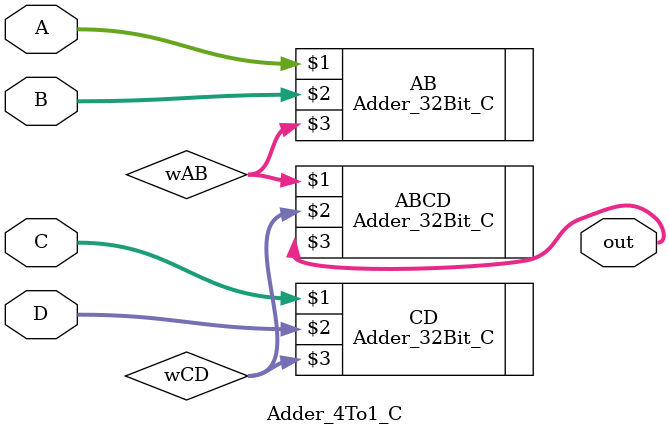
<source format=v>
`timescale 1ns / 1ps

module Adder_4To1_C(A, B, C, D,
                    out);
                    
input [31:0] A, B, C, D;
output [31:0] out;

wire [31:0] wAB, wCD;                    

Adder_32Bit_C AB(A, B, wAB);
Adder_32Bit_C CD(C, D, wCD);

Adder_32Bit_C ABCD(wAB, wCD, out);
                    
endmodule

</source>
